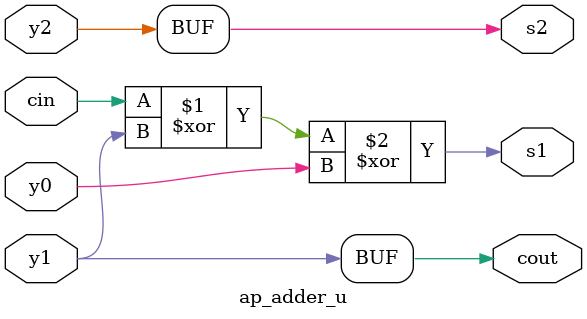
<source format=v>
module ap_adder_u (
    input y2,
    input y1,
    input y0,
    input cin,
    output s1,
    output s2,
    output cout
);
assign cout=y1;
assign s2=y2;
assign s1=cin^y1^y0;

endmodule //app_adder_u
</source>
